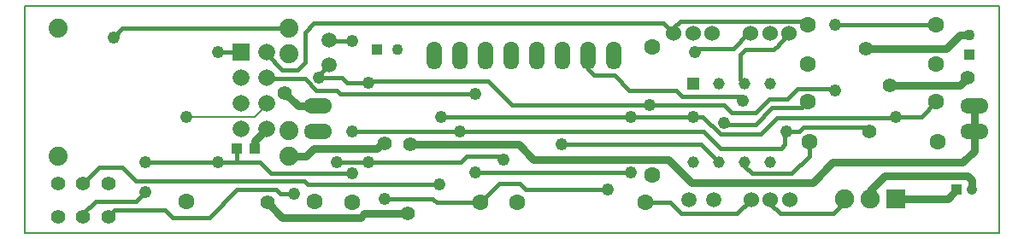
<source format=gbr>
G04 EasyPC Gerber Version 21.0.3 Build 4286 *
%FSLAX35Y35*%
%MOIN*%
%ADD88O,0.06000X0.11000*%
%ADD90O,0.11000X0.06000*%
%ADD99R,0.04291X0.03937*%
%ADD95R,0.04134X0.04134*%
%ADD92R,0.04331X0.04331*%
%ADD22R,0.04563X0.04563*%
%ADD86R,0.06555X0.06555*%
%ADD97R,0.07500X0.07500*%
%ADD19C,0.00500*%
%ADD17C,0.00787*%
%ADD29C,0.01500*%
%ADD101C,0.03150*%
%ADD96C,0.04134*%
%ADD93C,0.04331*%
%ADD23C,0.04563*%
%ADD73C,0.04800*%
%ADD91C,0.05512*%
%ADD100C,0.05600*%
%ADD94C,0.05906*%
%ADD26C,0.06000*%
%ADD28C,0.06299*%
%ADD87C,0.06555*%
%ADD89C,0.07400*%
%ADD98C,0.07500*%
X0Y0D02*
D02*
D17*
X64311Y52730D02*
X90866D01*
X95472Y57337*
Y57829*
D02*
D19*
X1319Y7455D02*
X381240D01*
Y96037*
X1319*
Y7455*
D02*
D22*
X261909Y65644D03*
D02*
D23*
Y34896D03*
X271909D03*
Y65644D03*
X281909Y34896D03*
Y65644D03*
X291909Y34896D03*
Y65644D03*
D02*
D26*
X254272Y85211D03*
X261772D03*
X269272D03*
X284291D03*
X284390Y20250D03*
X291791Y85211D03*
X291890Y20250D03*
X299291Y85211D03*
X299390Y20250D03*
D02*
D28*
X64311Y19758D03*
X114311D03*
X128780Y19266D03*
X178780D03*
X193248D03*
X243248D03*
X245906Y30093D03*
Y80093D03*
X306634Y58636D03*
Y73400D03*
Y88656D03*
X307126Y42888D03*
X356634Y58636D03*
Y73400D03*
Y88656D03*
X357126Y42888D03*
D02*
D29*
X23957Y13754D02*
Y14837D01*
X28878Y19758*
X44626*
X48071Y23203*
X33799Y13754D02*
X36358Y16313D01*
X55945*
X58898Y13360*
X73169*
X83996Y24187*
X99252*
X100728Y22711*
X106142*
X48071Y35014D02*
X76614D01*
Y77829D02*
X85472D01*
X83941Y35014D02*
X76614D01*
X83941Y40427D02*
Y35014D01*
X95472Y67829D02*
X95807Y67494D01*
X110571*
X115000Y63065*
X122874*
X124350Y61589*
X124843*
X177008*
X95472Y77829D02*
Y77179D01*
X101713Y70939*
X107618*
X110571Y73892*
Y85703*
X114016Y89148*
X250335*
X254272Y85211*
X104094Y87317D02*
X39350D01*
X35768Y83734*
X115984Y67986D02*
Y68970D01*
X119921Y72907*
X115984Y67986D02*
X124843D01*
X126811Y66018*
X135177*
X128780Y30585D02*
X97283D01*
X92854Y35014*
X83941*
X128780Y46943D02*
X170768D01*
X128780Y82258D02*
X120413D01*
X119921Y82750*
X135177Y35014D02*
X171102D01*
X173563Y37474*
X187835*
Y35998*
X135177Y35014D02*
X122874D01*
X141575Y20742D02*
X160276D01*
X161752Y19266*
X163228*
X162736Y26156D02*
X111555D01*
X110079Y27632*
X44626*
X39213Y33045*
X30256*
X23957Y26746*
X170768Y46943D02*
X265965D01*
X272480Y40427*
X296102*
X297579Y41904*
Y46451*
X298071Y46943*
X177008Y31077D02*
X237539D01*
X178780Y19266D02*
X163228D01*
X210472Y41904D02*
X249843D01*
X220768Y76746D02*
X220807Y76707D01*
Y71431*
X223268Y68970*
X231142*
X237047Y63065*
X255256*
X257717Y60604*
X276909*
X228681Y24187D02*
X196693D01*
X194232Y26648*
X186161*
X178780Y19266*
X237539Y52730D02*
X163720D01*
X243248Y19266D02*
X252008D01*
X244921Y57159D02*
X191280D01*
X181929Y66510*
X135669*
X135177Y66018*
X249843Y41904D02*
X264902D01*
X271909Y34896*
X252008Y19266D02*
X252795D01*
X257224Y14837*
X278976*
X284390Y20250*
X254272Y85211D02*
Y87671D01*
X256732Y90132*
X305157*
X306634Y88656*
X261909Y52730D02*
X265591D01*
X272480Y45841*
X288228*
X294626Y52238*
X340394*
X340886Y52730*
X261909D02*
X237539D01*
X273957Y50270D02*
X274449D01*
X274941Y49778*
X286260*
X292657Y56175*
X304173*
X306634Y58636*
X276909Y60604D02*
X279862D01*
X281339Y59128*
X281909Y34896D02*
Y33459D01*
X284783Y30585*
X300236*
X307126Y37474*
Y42888*
X284291Y85211D02*
X283307D01*
X277402Y79305*
X264114*
X262638Y77829*
X292087Y78813D02*
X293150D01*
X295118Y80781*
Y81037*
X299291Y85211*
X292087Y78813D02*
X282323D01*
X280354Y76844*
Y67199*
X281909Y65644*
X298071Y46943D02*
X303110D01*
X304961Y48793*
X328701*
X330551Y46943*
X317264Y63065D02*
X316772Y63557D01*
X302500*
X298563Y59620*
X291673*
X286260Y54207*
X276909*
X273957Y57159*
X244921*
X317264Y88656D02*
X356634D01*
X320886Y20742D02*
Y19266D01*
X316457Y14837*
X295827*
X291890Y18774*
Y20250*
X340886Y52730D02*
X350728D01*
X356634Y58636*
X371398Y46943D02*
X371358Y46904D01*
D02*
D73*
X35768Y83734D03*
X48071Y23203D03*
Y35014D03*
X64311Y52730D03*
X76614Y35014D03*
Y77829D03*
X106142Y22711D03*
X115984Y67986D03*
X122874Y35014D03*
X128780Y30585D03*
Y46943D03*
Y82258D03*
X135177Y35014D03*
Y66018D03*
X141575Y20742D03*
X162736Y26156D03*
X163720Y52730D03*
X170768Y46943D03*
X177008Y31077D03*
Y61589D03*
X187835Y35998D03*
X210472Y41904D03*
X228681Y24187D03*
X237539Y31077D03*
Y52730D03*
X244921Y57159D03*
X261909Y52730D03*
X262638Y77829D03*
X273957Y50270D03*
X281339Y59128D03*
X298071Y46943D03*
X317264Y63065D03*
Y88656D03*
X340886Y52730D03*
D02*
D86*
X85472Y77829D03*
D02*
D87*
Y47829D03*
Y57829D03*
Y67829D03*
X95472Y47829D03*
Y57829D03*
Y67829D03*
Y77829D03*
D02*
D88*
X160768Y76746D03*
X170768D03*
X180768D03*
X190768D03*
X200768D03*
X210768D03*
X220768D03*
X230768D03*
D02*
D89*
X14094Y37317D03*
Y87317D03*
X104094Y37317D03*
Y47317D03*
Y77317D03*
Y87317D03*
D02*
D90*
X115492Y46943D03*
Y56943D03*
X371398Y46943D03*
Y56943D03*
D02*
D91*
X14114Y13754D03*
Y26746D03*
X23957Y13754D03*
Y26746D03*
X33799Y13754D03*
Y26746D03*
D02*
D92*
X138622Y78813D03*
X369429Y76844D03*
D02*
D93*
X146496Y78813D03*
X369429Y84719D03*
D02*
D94*
X119921Y72907D03*
Y82750D03*
X260177Y20250D03*
X270020D03*
D02*
D95*
X364508Y24187D03*
D02*
D96*
X370413D03*
D02*
D97*
X340886Y20742D03*
D02*
D98*
X320886D03*
X330886D03*
D02*
D99*
X83941Y40427D03*
X90941D03*
D02*
D100*
X95807Y19266D03*
X102697Y62081D03*
X141575Y42396D03*
X150433Y14837D03*
X151417Y41904D03*
X329075Y79305D03*
X330551Y46943D03*
X338425Y65033D03*
X368937Y67986D03*
D02*
D101*
X90941Y40427D02*
Y43297D01*
X95472Y47829*
X95807Y19266D02*
X101713Y13360D01*
X132224*
X133701Y14837*
X150433*
X104094Y37317D02*
X110906D01*
X114016Y40427*
X138622*
X140591Y42396*
X141575*
X115492Y56943D02*
X107835D01*
X102697Y62081*
X151417Y41904D02*
X193740D01*
X199646Y35998*
X252303*
X261161Y27140*
X329075Y79305D02*
X360571D01*
X365984Y84719*
X369429*
X330886Y20742D02*
Y24030D01*
X336457Y29600*
X368937*
X370413Y28124*
Y24187*
X338425Y65033D02*
X365984D01*
X368937Y67986*
X340886Y20742D02*
X361063D01*
X364508Y24187*
X371398Y46943D02*
Y56943D01*
Y46943D02*
Y39443D01*
X366969Y35014*
X316280*
X308406Y27140*
X261161*
X0Y0D02*
M02*

</source>
